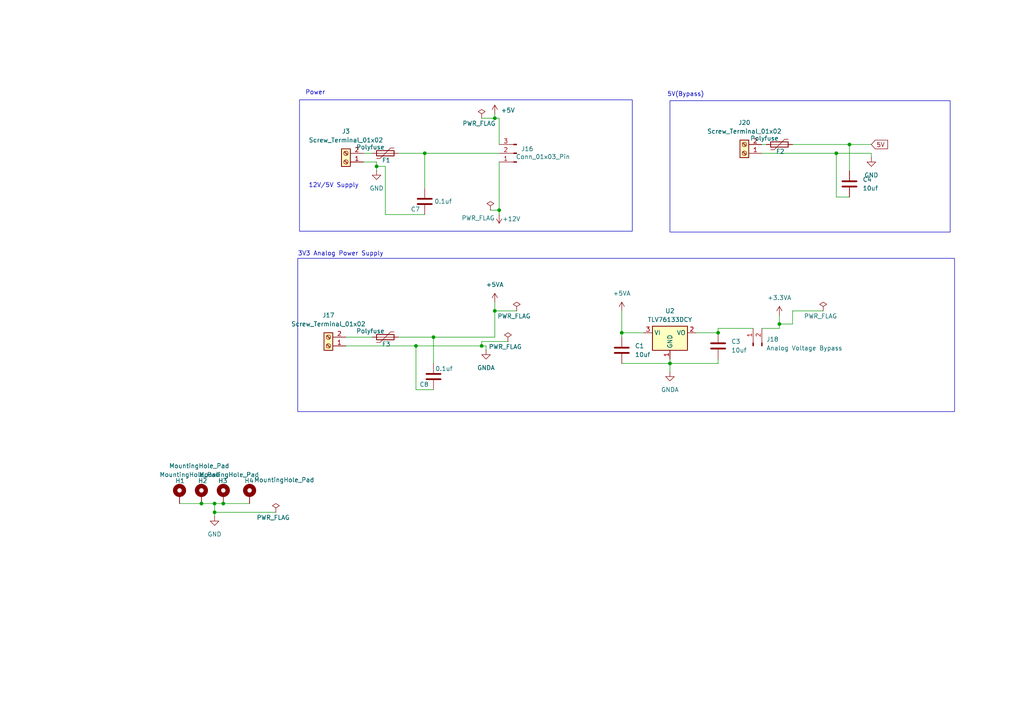
<source format=kicad_sch>
(kicad_sch (version 20231120) (generator "eeschema") (generator_version "8.0")
  (paper "A4")
  (lib_symbols
    (symbol "Connector:Conn_01x02_Pin" (pin_names (offset 1.016) hide)
      (property "Reference" "J" (at 0 2.54 0))
      (property "Value" "Conn_01x02_Pin" (at 0 -5.08 0))
      (symbol "Conn_01x02_Pin_1_1"
        (polyline (pts (xy 1.27 -2.54) (xy 0.8636 -2.54)) (stroke (width 0.1524)))
        (polyline (pts (xy 1.27 0) (xy 0.8636 0)) (stroke (width 0.1524)))
        (rectangle (start 0.8636 -2.413) (end 0 -2.667) (stroke (width 0.1524)) (fill (type outline)))
        (rectangle (start 0.8636 0.127) (end 0 -0.127) (stroke (width 0.1524)) (fill (type outline)))
        (pin passive line (at 5.08 0 180) (length 3.81) (name "Pin_1") (number "1"))
        (pin passive line (at 5.08 -2.54 180) (length 3.81) (name "Pin_2") (number "2"))
      )
    )
    (symbol "Connector:Conn_01x03_Pin" (pin_names (offset 1.016) hide)
      (property "Reference" "J" (at 0 5.08 0))
      (property "Value" "Conn_01x03_Pin" (at 0 -5.08 0))
      (symbol "Conn_01x03_Pin_1_1"
        (polyline (pts (xy 1.27 -2.54) (xy 0.8636 -2.54)) (stroke (width 0.1524)))
        (polyline (pts (xy 1.27 0) (xy 0.8636 0)) (stroke (width 0.1524)))
        (polyline (pts (xy 1.27 2.54) (xy 0.8636 2.54)) (stroke (width 0.1524)))
        (rectangle (start 0.8636 -2.413) (end 0 -2.667) (stroke (width 0.1524)) (fill (type outline)))
        (rectangle (start 0.8636 0.127) (end 0 -0.127) (stroke (width 0.1524)) (fill (type outline)))
        (rectangle (start 0.8636 2.667) (end 0 2.413) (stroke (width 0.1524)) (fill (type outline)))
        (pin passive line (at 5.08 2.54 180) (length 3.81) (name "Pin_1") (number "1"))
        (pin passive line (at 5.08 0 180) (length 3.81) (name "Pin_2") (number "2"))
        (pin passive line (at 5.08 -2.54 180) (length 3.81) (name "Pin_3") (number "3"))
      )
    )
    (symbol "Connector:Screw_Terminal_01x02" (pin_names (offset 1.016) hide)
      (property "Reference" "J" (at 0 2.54 0))
      (property "Value" "Screw_Terminal_01x02" (at 0 -5.08 0))
      (symbol "Screw_Terminal_01x02_1_1"
        (rectangle (start -1.27 1.27) (end 1.27 -3.81) (stroke (width 0.254)) (fill (type background)))
        (circle (center 0 -2.54) (radius 0.635) (stroke (width 0.1524)))
        (polyline (pts (xy -0.5334 -2.2098) (xy 0.3302 -3.048)) (stroke (width 0.1524)))
        (polyline (pts (xy -0.5334 0.3302) (xy 0.3302 -0.508)) (stroke (width 0.1524)))
        (polyline (pts (xy -0.3556 -2.032) (xy 0.508 -2.8702)) (stroke (width 0.1524)))
        (polyline (pts (xy -0.3556 0.508) (xy 0.508 -0.3302)) (stroke (width 0.1524)))
        (circle (center 0 0) (radius 0.635) (stroke (width 0.1524)))
        (pin passive line (at -5.08 0 0) (length 3.81) (name "Pin_1") (number "1"))
        (pin passive line (at -5.08 -2.54 0) (length 3.81) (name "Pin_2") (number "2"))
      )
    )
    (symbol "Device:C" (pin_numbers hide) (pin_names (offset 0.254))
      (property "Reference" "C" (at 0.635 2.54 0))
      (property "Value" "C" (at 0.635 -2.54 0))
      (symbol "C_0_1"
        (polyline (pts (xy -2.032 -0.762) (xy 2.032 -0.762)) (stroke (width 0.508)))
        (polyline (pts (xy -2.032 0.762) (xy 2.032 0.762)) (stroke (width 0.508)))
      )
      (symbol "C_1_1"
        (pin passive line (at 0 3.81 270) (length 2.794) (name "~") (number "1"))
        (pin passive line (at 0 -3.81 90) (length 2.794) (name "~") (number "2"))
      )
    )
    (symbol "Device:Polyfuse" (pin_numbers hide) (pin_names (offset 0))
      (property "Reference" "F" (at -2.54 0 90))
      (property "Value" "Polyfuse" (at 2.54 0 90))
      (symbol "Polyfuse_0_1"
        (rectangle (start -0.762 2.54) (end 0.762 -2.54) (stroke (width 0.254)))
        (polyline (pts (xy 0 2.54) (xy 0 -2.54)))
        (polyline (pts (xy -1.524 2.54) (xy -1.524 1.524) (xy 1.524 -1.524) (xy 1.524 -2.54)))
      )
      (symbol "Polyfuse_1_1"
        (pin passive line (at 0 3.81 270) (length 1.27) (name "~") (number "1"))
        (pin passive line (at 0 -3.81 90) (length 1.27) (name "~") (number "2"))
      )
    )
    (symbol "Mechanical:MountingHole_Pad" (pin_numbers hide) (pin_names (offset 1.016) hide) (exclude_from_sim yes) (in_bom no)
      (property "Reference" "H" (at 0 6.35 0))
      (property "Value" "MountingHole_Pad" (at 0 4.445 0))
      (symbol "MountingHole_Pad_0_1"
        (circle (center 0 1.27) (radius 1.27) (stroke (width 1.27)))
      )
      (symbol "MountingHole_Pad_1_1"
        (pin input line (at 0 -2.54 90) (length 2.54) (name "1") (number "1"))
      )
    )
    (symbol "Regulator_Linear:TLV76133DCY"
      (property "Reference" "U" (at -7.62 6.35 0))
      (property "Value" "TLV76133DCY" (at -1.27 6.35 0))
      (symbol "TLV76133DCY_0_1"
        (rectangle (start -5.08 -5.08) (end 5.08 1.905) (stroke (width 0.254)) (fill (type background)))
      )
      (symbol "TLV76133DCY_1_1"
        (pin power_in line (at 0 -7.62 90) (length 2.54) (name "GND") (number "1"))
        (pin power_out line (at 7.62 0 180) (length 2.54) (name "VO") (number "2"))
        (pin power_in line (at -7.62 0 0) (length 2.54) (name "VI") (number "3"))
      )
    )
    (symbol "power:+12V" (power) (pin_numbers hide) (pin_names (offset 0) hide)
      (property "Value" "+12V" (at 0 3.556 0))
      (symbol "+12V_0_1"
        (polyline (pts (xy -0.762 1.27) (xy 0 2.54)))
        (polyline (pts (xy 0 0) (xy 0 2.54)))
        (polyline (pts (xy 0 2.54) (xy 0.762 1.27)))
      )
      (symbol "+12V_1_1"
        (pin power_in line (at 0 0 90) (length 0) (name "~") (number "1"))
      )
    )
    (symbol "power:+3.3VA" (power) (pin_numbers hide) (pin_names (offset 0) hide)
      (property "Value" "+3.3VA" (at 0 3.556 0))
      (symbol "+3.3VA_0_1"
        (polyline (pts (xy -0.762 1.27) (xy 0 2.54)))
        (polyline (pts (xy 0 0) (xy 0 2.54)))
        (polyline (pts (xy 0 2.54) (xy 0.762 1.27)))
      )
      (symbol "+3.3VA_1_1"
        (pin power_in line (at 0 0 90) (length 0) (name "~") (number "1"))
      )
    )
    (symbol "power:+5V" (power) (pin_numbers hide) (pin_names (offset 0) hide)
      (property "Value" "+5V" (at 0 3.556 0))
      (symbol "+5V_0_1"
        (polyline (pts (xy -0.762 1.27) (xy 0 2.54)))
        (polyline (pts (xy 0 0) (xy 0 2.54)))
        (polyline (pts (xy 0 2.54) (xy 0.762 1.27)))
      )
      (symbol "+5V_1_1"
        (pin power_in line (at 0 0 90) (length 0) (name "~") (number "1"))
      )
    )
    (symbol "power:+5VA" (power) (pin_numbers hide) (pin_names (offset 0) hide)
      (property "Value" "+5VA" (at 0 3.556 0))
      (symbol "+5VA_0_1"
        (polyline (pts (xy -0.762 1.27) (xy 0 2.54)))
        (polyline (pts (xy 0 0) (xy 0 2.54)))
        (polyline (pts (xy 0 2.54) (xy 0.762 1.27)))
      )
      (symbol "+5VA_1_1"
        (pin power_in line (at 0 0 90) (length 0) (name "~") (number "1"))
      )
    )
    (symbol "power:GND" (power) (pin_numbers hide) (pin_names (offset 0) hide)
      (property "Value" "GND" (at 0 -3.81 0))
      (symbol "GND_0_1"
        (polyline (pts (xy 0 0) (xy 0 -1.27) (xy 1.27 -1.27) (xy 0 -2.54) (xy -1.27 -1.27) (xy 0 -1.27)))
      )
      (symbol "GND_1_1"
        (pin power_in line (at 0 0 270) (length 0) (name "~") (number "1"))
      )
    )
    (symbol "power:GNDA" (power) (pin_numbers hide) (pin_names (offset 0) hide)
      (property "Value" "GNDA" (at 0 -3.81 0))
      (symbol "GNDA_0_1"
        (polyline (pts (xy 0 0) (xy 0 -1.27) (xy 1.27 -1.27) (xy 0 -2.54) (xy -1.27 -1.27) (xy 0 -1.27)))
      )
      (symbol "GNDA_1_1"
        (pin power_in line (at 0 0 270) (length 0) (name "~") (number "1"))
      )
    )
    (symbol "power:PWR_FLAG" (power) (pin_numbers hide) (pin_names (offset 0) hide)
      (property "Value" "PWR_FLAG" (at 0 3.81 0))
      (symbol "PWR_FLAG_0_0"
        (pin power_out line (at 0 0 90) (length 0) (name "~") (number "1"))
      )
      (symbol "PWR_FLAG_0_1"
        (polyline (pts (xy 0 0) (xy 0 1.27) (xy -1.016 1.905) (xy 0 2.54) (xy 1.016 1.905) (xy 0 1.27)))
      )
    )
  )
  (junction (at 143.51 34.29))
  (junction (at 139.7 100.33))
  (junction (at 208.28 96.52))
  (junction (at 144.78 60.96))
  (junction (at 194.31 105.41))
  (junction (at 143.51 90.17))
  (junction (at 58.42 146.05))
  (junction (at 242.57 44.45))
  (junction (at 62.23 146.05))
  (junction (at 246.38 41.91))
  (junction (at 62.23 148.59))
  (junction (at 180.34 96.52))
  (junction (at 109.22 48.26))
  (junction (at 226.06 93.98))
  (junction (at 125.73 97.79))
  (junction (at 120.65 100.33))
  (junction (at 123.19 44.45))
  (junction (at 64.77 146.05))
  (wire (pts (xy 180.34 90.17) (xy 180.34 96.52)))
  (wire (pts (xy 140.97 100.33) (xy 140.97 101.6)))
  (wire (pts (xy 229.87 93.98) (xy 226.06 93.98)))
  (wire (pts (xy 180.34 105.41) (xy 194.31 105.41)))
  (wire (pts (xy 62.23 146.05) (xy 62.23 148.59)))
  (wire (pts (xy 208.28 104.14) (xy 208.28 105.41)))
  (wire (pts (xy 246.38 57.15) (xy 242.57 57.15)))
  (wire (pts (xy 252.73 44.45) (xy 252.73 45.72)))
  (wire (pts (xy 123.19 62.23) (xy 111.76 62.23)))
  (wire (pts (xy 220.98 41.91) (xy 222.25 41.91)))
  (wire (pts (xy 125.73 113.03) (xy 120.65 113.03)))
  (wire (pts (xy 123.19 44.45) (xy 123.19 54.61)))
  (wire (pts (xy 100.33 100.33) (xy 120.65 100.33)))
  (wire (pts (xy 144.78 34.29) (xy 143.51 34.29)))
  (wire (pts (xy 246.38 41.91) (xy 252.73 41.91)))
  (wire (pts (xy 105.41 44.45) (xy 107.95 44.45)))
  (wire (pts (xy 218.44 95.25) (xy 208.28 95.25)))
  (wire (pts (xy 242.57 44.45) (xy 252.73 44.45)))
  (wire (pts (xy 194.31 105.41) (xy 194.31 107.95)))
  (wire (pts (xy 115.57 44.45) (xy 123.19 44.45)))
  (wire (pts (xy 111.76 48.26) (xy 109.22 48.26)))
  (wire (pts (xy 52.07 146.05) (xy 58.42 146.05)))
  (wire (pts (xy 109.22 46.99) (xy 105.41 46.99)))
  (wire (pts (xy 123.19 44.45) (xy 144.78 44.45)))
  (wire (pts (xy 100.33 97.79) (xy 107.95 97.79)))
  (wire (pts (xy 208.28 95.25) (xy 208.28 96.52)))
  (wire (pts (xy 238.76 90.17) (xy 229.87 90.17)))
  (wire (pts (xy 194.31 105.41) (xy 194.31 104.14)))
  (wire (pts (xy 64.77 146.05) (xy 72.39 146.05)))
  (wire (pts (xy 115.57 97.79) (xy 125.73 97.79)))
  (wire (pts (xy 58.42 146.05) (xy 62.23 146.05)))
  (wire (pts (xy 62.23 146.05) (xy 64.77 146.05)))
  (wire (pts (xy 143.51 90.17) (xy 143.51 97.79)))
  (wire (pts (xy 62.23 148.59) (xy 80.01 148.59)))
  (wire (pts (xy 229.87 41.91) (xy 246.38 41.91)))
  (wire (pts (xy 143.51 33.02) (xy 143.51 34.29)))
  (wire (pts (xy 226.06 91.44) (xy 226.06 93.98)))
  (wire (pts (xy 147.32 99.06) (xy 139.7 99.06)))
  (wire (pts (xy 111.76 62.23) (xy 111.76 48.26)))
  (wire (pts (xy 246.38 41.91) (xy 246.38 49.53)))
  (wire (pts (xy 62.23 148.59) (xy 62.23 149.86)))
  (wire (pts (xy 139.7 34.29) (xy 143.51 34.29)))
  (wire (pts (xy 139.7 99.06) (xy 139.7 100.33)))
  (wire (pts (xy 143.51 87.63) (xy 143.51 90.17)))
  (wire (pts (xy 120.65 100.33) (xy 139.7 100.33)))
  (wire (pts (xy 220.98 95.25) (xy 226.06 95.25)))
  (wire (pts (xy 208.28 105.41) (xy 194.31 105.41)))
  (wire (pts (xy 144.78 60.96) (xy 144.78 62.23)))
  (wire (pts (xy 125.73 97.79) (xy 125.73 105.41)))
  (wire (pts (xy 229.87 90.17) (xy 229.87 93.98)))
  (wire (pts (xy 144.78 46.99) (xy 144.78 60.96)))
  (wire (pts (xy 242.57 57.15) (xy 242.57 44.45)))
  (wire (pts (xy 226.06 93.98) (xy 226.06 95.25)))
  (wire (pts (xy 109.22 49.53) (xy 109.22 48.26)))
  (wire (pts (xy 143.51 90.17) (xy 149.86 90.17)))
  (wire (pts (xy 180.34 96.52) (xy 186.69 96.52)))
  (wire (pts (xy 109.22 48.26) (xy 109.22 46.99)))
  (wire (pts (xy 144.78 34.29) (xy 144.78 41.91)))
  (wire (pts (xy 139.7 100.33) (xy 140.97 100.33)))
  (wire (pts (xy 201.93 96.52) (xy 208.28 96.52)))
  (wire (pts (xy 142.24 60.96) (xy 144.78 60.96)))
  (wire (pts (xy 180.34 96.52) (xy 180.34 97.79)))
  (wire (pts (xy 125.73 97.79) (xy 143.51 97.79)))
  (wire (pts (xy 220.98 44.45) (xy 242.57 44.45)))
  (wire (pts (xy 120.65 113.03) (xy 120.65 100.33)))
  (rectangle (start 86.868 28.956) (end 183.388 67.056))
  (rectangle (start 194.31 29.21) (end 275.59 67.31))
  (rectangle (start 86.36 74.93) (end 276.86 119.38))
  (text "5V(Bypass)" (at 198.882 27.432 0) (effects (font (size 1.27 1.27))))
  (text "12V/5V Supply\n" (at 96.774 53.848 0) (effects (font (size 1.27 1.27))))
  (text "Power\n" (at 91.44 26.924 0) (effects (font (size 1.27 1.27))))
  (text "3V3 Analog Power Supply" (at 98.806 73.66 0) (effects (font (size 1.27 1.27))))
  (global_label "5V" (shape input) (at 252.73 41.91 0) (property "Intersheetrefs" "${INTERSHEET_REFS}" (effects (hide yes))))
  (symbol (lib_id "power:GNDA") (at 194.31 107.95 0) (unit 1)
    (property "Reference" "#PWR016" (effects (hide yes)))
    (property "Value" "GNDA" (at 194.31 113.03 0))
    (property "Description" "Power symbol creates a global label with name \"GNDA\" , analog ground" (effects (hide yes)))
  )
  (symbol (lib_id "Device:Polyfuse") (at 111.76 44.45 270) (unit 1)
    (property "Reference" "F1" (at 112.014 46.482 90))
    (property "Value" "Polyfuse" (at 107.442 42.672 90))
    (property "Footprint" "Fuse:Fuse_BelFuse_0ZRE0005FF_L8.3mm_W3.8mm" (effects (hide yes)))
    (property "Description" "Resettable fuse, polymeric positive temperature coefficient" (effects (hide yes)))
  )
  (symbol (lib_id "Connector:Screw_Terminal_01x02") (at 100.33 46.99 180) (unit 1)
    (property "Reference" "J3" (at 100.33 38.1 0))
    (property "Value" "Screw_Terminal_01x02" (at 100.33 40.64 0))
    (property "Footprint" "TerminalBlock_Phoenix:TerminalBlock_Phoenix_MKDS-1,5-2-5.08_1x02_P5.08mm_Horizontal" (effects (hide yes)))
    (property "Description" "Generic screw terminal, single row, 01x02, script generated (kicad-library-utils/schlib/autogen/connector/)" (effects (hide yes)))
  )
  (symbol (lib_id "Device:C") (at 125.73 109.22 0) (unit 1)
    (property "Reference" "C8" (at 121.666 111.506 0) (effects (justify left)))
    (property "Value" "0.1uf" (at 126.238 106.934 0) (effects (justify left)))
    (property "Footprint" "Capacitor_THT:CP_Radial_D4.0mm_P2.00mm" (effects (hide yes)))
    (property "Description" "Unpolarized capacitor" (effects (hide yes)))
  )
  (symbol (lib_id "power:+5V") (at 143.51 33.02 0) (unit 1)
    (property "Reference" "#PWR07" (effects (hide yes)))
    (property "Value" "+5V" (at 147.32 32.004 0))
    (property "Description" "Power symbol creates a global label with name \"+5V\"" (effects (hide yes)))
  )
  (symbol (lib_id "power:GND") (at 252.73 45.72 0) (unit 1)
    (property "Reference" "#PWR017" (effects (hide yes)))
    (property "Value" "GND" (at 252.73 50.8 0))
    (property "Description" "Power symbol creates a global label with name \"GND\" , ground" (effects (hide yes)))
  )
  (symbol (lib_id "power:PWR_FLAG") (at 238.76 90.17 0) (unit 1)
    (property "Reference" "#FLG05" (effects (hide yes)))
    (property "Value" "PWR_FLAG" (at 237.998 91.694 0))
    (property "Description" "Special symbol for telling ERC where power comes from" (effects (hide yes)))
  )
  (symbol (lib_id "Connector:Screw_Terminal_01x02") (at 215.9 44.45 180) (unit 1)
    (property "Reference" "J20" (at 215.9 35.56 0))
    (property "Value" "Screw_Terminal_01x02" (at 215.9 38.1 0))
    (property "Footprint" "TerminalBlock_Phoenix:TerminalBlock_Phoenix_MKDS-1,5-2-5.08_1x02_P5.08mm_Horizontal" (effects (hide yes)))
    (property "Description" "Generic screw terminal, single row, 01x02, script generated (kicad-library-utils/schlib/autogen/connector/)" (effects (hide yes)))
  )
  (symbol (lib_id "Device:C") (at 246.38 53.34 0) (unit 1)
    (property "Reference" "C4" (at 250.19 52.0699 0) (effects (justify left)))
    (property "Value" "10uf" (at 250.19 54.6099 0) (effects (justify left)))
    (property "Footprint" "Capacitor_THT:CP_Radial_D4.0mm_P2.00mm" (effects (hide yes)))
    (property "Description" "Unpolarized capacitor" (effects (hide yes)))
  )
  (symbol (lib_id "Mechanical:MountingHole_Pad") (at 72.39 143.51 0) (unit 1) (exclude_from_sim yes) (in_bom no)
    (property "Reference" "H4" (at 70.866 139.446 0) (effects (justify left)))
    (property "Value" "MountingHole_Pad" (at 73.66 139.192 0) (effects (justify left)))
    (property "Footprint" "MountingHole:MountingHole_3.2mm_M3_ISO7380_Pad" (effects (hide yes)))
    (property "Description" "Mounting Hole with connection" (effects (hide yes)))
  )
  (symbol (lib_id "power:PWR_FLAG") (at 139.7 34.29 0) (unit 1)
    (property "Reference" "#FLG01" (effects (hide yes)))
    (property "Value" "PWR_FLAG" (at 138.938 35.814 0))
    (property "Description" "Special symbol for telling ERC where power comes from" (effects (hide yes)))
  )
  (symbol (lib_id "Device:C") (at 123.19 58.42 0) (unit 1)
    (property "Reference" "C7" (at 119.126 60.706 0) (effects (justify left)))
    (property "Value" "0.1uf" (at 125.984 58.42 0) (effects (justify left)))
    (property "Footprint" "Capacitor_THT:CP_Radial_D4.0mm_P2.00mm" (effects (hide yes)))
    (property "Description" "Unpolarized capacitor" (effects (hide yes)))
  )
  (symbol (lib_id "Connector:Conn_01x02_Pin") (at 218.44 100.33 90) (unit 1)
    (property "Reference" "J18" (at 222.25 98.4249 90) (effects (justify right)))
    (property "Value" "Analog Voltage Bypass" (at 222.25 100.9649 90) (effects (justify right)))
    (property "Footprint" "Connector_PinHeader_2.54mm:PinHeader_1x02_P2.54mm_Vertical" (effects (hide yes)))
    (property "Description" "Generic connector, single row, 01x02, script generated" (effects (hide yes)))
  )
  (symbol (lib_id "Device:Polyfuse") (at 111.76 97.79 270) (unit 1)
    (property "Reference" "F3" (at 112.014 99.822 90))
    (property "Value" "Polyfuse" (at 107.442 96.012 90))
    (property "Footprint" "Fuse:Fuse_BelFuse_0ZRE0005FF_L8.3mm_W3.8mm" (effects (hide yes)))
    (property "Description" "Resettable fuse, polymeric positive temperature coefficient" (effects (hide yes)))
  )
  (symbol (lib_id "Device:Polyfuse") (at 226.06 41.91 270) (unit 1)
    (property "Reference" "F2" (at 226.314 43.942 90))
    (property "Value" "Polyfuse" (at 221.742 40.132 90))
    (property "Footprint" "Fuse:Fuse_BelFuse_0ZRE0005FF_L8.3mm_W3.8mm" (effects (hide yes)))
    (property "Description" "Resettable fuse, polymeric positive temperature coefficient" (effects (hide yes)))
  )
  (symbol (lib_id "power:PWR_FLAG") (at 147.32 99.06 0) (unit 1)
    (property "Reference" "#FLG04" (effects (hide yes)))
    (property "Value" "PWR_FLAG" (at 146.558 100.584 0))
    (property "Description" "Special symbol for telling ERC where power comes from" (effects (hide yes)))
  )
  (symbol (lib_id "Mechanical:MountingHole_Pad") (at 58.42 143.51 0) (unit 1) (exclude_from_sim yes) (in_bom no)
    (property "Reference" "H2" (at 57.404 139.446 0) (effects (justify left)))
    (property "Value" "MountingHole_Pad" (at 49.022 135.128 0) (effects (justify left)))
    (property "Footprint" "MountingHole:MountingHole_3.2mm_M3_ISO7380_Pad" (effects (hide yes)))
    (property "Description" "Mounting Hole with connection" (effects (hide yes)))
  )
  (symbol (lib_id "Device:C") (at 180.34 101.6 0) (unit 1)
    (property "Reference" "C1" (at 184.15 100.3299 0) (effects (justify left)))
    (property "Value" "10uf" (at 184.15 102.8699 0) (effects (justify left)))
    (property "Footprint" "Capacitor_THT:CP_Radial_D12.5mm_P7.50mm" (effects (hide yes)))
    (property "Description" "Unpolarized capacitor" (effects (hide yes)))
  )
  (symbol (lib_id "power:+5VA") (at 180.34 90.17 0) (unit 1)
    (property "Reference" "#PWR014" (effects (hide yes)))
    (property "Value" "+5VA" (at 180.34 85.09 0))
    (property "Description" "Power symbol creates a global label with name \"+5VA\"" (effects (hide yes)))
  )
  (symbol (lib_id "power:+12V") (at 144.78 62.23 180) (unit 1)
    (property "Reference" "#PWR02" (effects (hide yes)))
    (property "Value" "+12V" (at 148.336 63.5 0))
    (property "Description" "Power symbol creates a global label with name \"+12V\"" (effects (hide yes)))
  )
  (symbol (lib_id "Device:C") (at 208.28 100.33 0) (unit 1)
    (property "Reference" "C3" (at 212.09 99.0599 0) (effects (justify left)))
    (property "Value" "10uf" (at 212.09 101.5999 0) (effects (justify left)))
    (property "Footprint" "Capacitor_THT:CP_Radial_D12.5mm_P7.50mm" (effects (hide yes)))
    (property "Description" "Unpolarized capacitor" (effects (hide yes)))
  )
  (symbol (lib_id "Mechanical:MountingHole_Pad") (at 52.07 143.51 0) (mirror y) (unit 1) (exclude_from_sim yes) (in_bom no)
    (property "Reference" "H1" (at 53.594 139.446 0) (effects (justify left)))
    (property "Value" "MountingHole_Pad" (at 63.754 137.668 0) (effects (justify left)))
    (property "Footprint" "MountingHole:MountingHole_3.2mm_M3_ISO7380_Pad" (effects (hide yes)))
    (property "Description" "Mounting Hole with connection" (effects (hide yes)))
  )
  (symbol (lib_id "power:+5VA") (at 143.51 87.63 0) (unit 1)
    (property "Reference" "#PWR012" (effects (hide yes)))
    (property "Value" "+5VA" (at 143.51 82.55 0))
    (property "Description" "Power symbol creates a global label with name \"+5VA\"" (effects (hide yes)))
  )
  (symbol (lib_id "power:GND") (at 62.23 149.86 0) (mirror y) (unit 1)
    (property "Reference" "#PWR01" (effects (hide yes)))
    (property "Value" "GND" (at 62.23 154.94 0))
    (property "Description" "Power symbol creates a global label with name \"GND\" , ground" (effects (hide yes)))
  )
  (symbol (lib_id "power:GNDA") (at 140.97 101.6 0) (unit 1)
    (property "Reference" "#PWR013" (effects (hide yes)))
    (property "Value" "GNDA" (at 140.97 106.68 0))
    (property "Description" "Power symbol creates a global label with name \"GNDA\" , analog ground" (effects (hide yes)))
  )
  (symbol (lib_id "power:GND") (at 109.22 49.53 0) (unit 1)
    (property "Reference" "#PWR04" (effects (hide yes)))
    (property "Value" "GND" (at 109.22 54.61 0))
    (property "Description" "Power symbol creates a global label with name \"GND\" , ground" (effects (hide yes)))
  )
  (symbol (lib_id "power:PWR_FLAG") (at 80.01 148.59 0) (unit 1)
    (property "Reference" "#FLG06" (effects (hide yes)))
    (property "Value" "PWR_FLAG" (at 79.248 150.114 0))
    (property "Description" "Special symbol for telling ERC where power comes from" (effects (hide yes)))
  )
  (symbol (lib_id "power:+3.3VA") (at 226.06 91.44 0) (unit 1)
    (property "Reference" "#PWR015" (effects (hide yes)))
    (property "Value" "+3.3VA" (at 226.06 86.36 0))
    (property "Description" "Power symbol creates a global label with name \"+3.3VA\"" (effects (hide yes)))
  )
  (symbol (lib_id "Mechanical:MountingHole_Pad") (at 64.77 143.51 0) (unit 1) (exclude_from_sim yes) (in_bom no)
    (property "Reference" "H3" (at 63.246 139.446 0) (effects (justify left)))
    (property "Value" "MountingHole_Pad" (at 57.658 137.668 0) (effects (justify left)))
    (property "Footprint" "MountingHole:MountingHole_3.2mm_M3_ISO7380_Pad" (effects (hide yes)))
    (property "Description" "Mounting Hole with connection" (effects (hide yes)))
  )
  (symbol (lib_id "Connector:Conn_01x03_Pin") (at 149.86 44.45 180) (unit 1)
    (property "Reference" "J16" (at 151.13 43.1799 0) (effects (justify right)))
    (property "Value" "Conn_01x03_Pin" (at 149.606 45.466 0) (effects (justify right)))
    (property "Footprint" "Connector_PinHeader_2.54mm:PinHeader_1x03_P2.54mm_Vertical" (effects (hide yes)))
    (property "Description" "Generic connector, single row, 01x03, script generated" (effects (hide yes)))
  )
  (symbol (lib_id "Connector:Screw_Terminal_01x02") (at 95.25 100.33 180) (unit 1)
    (property "Reference" "J17" (at 95.25 91.44 0))
    (property "Value" "Screw_Terminal_01x02" (at 95.25 93.98 0))
    (property "Footprint" "TerminalBlock_Phoenix:TerminalBlock_Phoenix_MKDS-1,5-2-5.08_1x02_P5.08mm_Horizontal" (effects (hide yes)))
    (property "Description" "Generic screw terminal, single row, 01x02, script generated (kicad-library-utils/schlib/autogen/connector/)" (effects (hide yes)))
  )
  (symbol (lib_id "Regulator_Linear:TLV76133DCY") (at 194.31 96.52 0) (unit 1)
    (property "Reference" "U2" (at 194.31 90.17 0))
    (property "Value" "TLV76133DCY" (at 194.31 92.71 0))
    (property "Footprint" "Package_TO_SOT_THT:TO-218-3_Vertical" (effects (hide yes)))
    (property "Datasheet" "https://www.ti.com/lit/ds/symlink/tlv761.pdf" (effects (hide yes)))
    (property "Description" "3.3V, 1A, Low Noise, High-PSRR LDO Regulator, 2.5V...16V input, SOT-223" (effects (hide yes)))
  )
  (symbol (lib_id "power:PWR_FLAG") (at 149.86 90.17 0) (unit 1)
    (property "Reference" "#FLG03" (effects (hide yes)))
    (property "Value" "PWR_FLAG" (at 149.098 91.694 0))
    (property "Description" "Special symbol for telling ERC where power comes from" (effects (hide yes)))
  )
  (symbol (lib_id "power:PWR_FLAG") (at 142.24 60.96 0) (unit 1)
    (property "Reference" "#FLG02" (effects (hide yes)))
    (property "Value" "PWR_FLAG" (at 138.684 63.246 0))
    (property "Description" "Special symbol for telling ERC where power comes from" (effects (hide yes)))
  )
  (sheet (at 15.24 222.25) (size 67.31 25.4) (stroke (width 0.1524))
    (property "Sheetname" "Pheripherals" (at 15.24 221.5384 0) (effects (justify left bottom)))
    (property "Sheetfile" "untitled.kicad_sch" (at 15.24 248.2346 0) (effects (justify left top)))
  )
  (sheet (at 90.17 222.25) (size 71.12 25.4) (stroke (width 0.1524))
    (property "Sheetname" "Connection" (at 90.17 221.5384 0) (effects (justify left bottom)))
    (property "Sheetfile" "Connection.kicad_sch" (at 90.17 248.2346 0) (effects (justify left top)))
  )
  (sheet (at 171.45 222.25) (size 78.74 24.13) (stroke (width 0.1524))
    (property "Sheetname" "External Circuitry" (at 171.45 221.5384 0) (effects (justify left bottom)))
    (property "Sheetfile" "external_circuitry.kicad_sch" (at 171.45 246.9646 0) (effects (justify left top)))
  )
)
</source>
